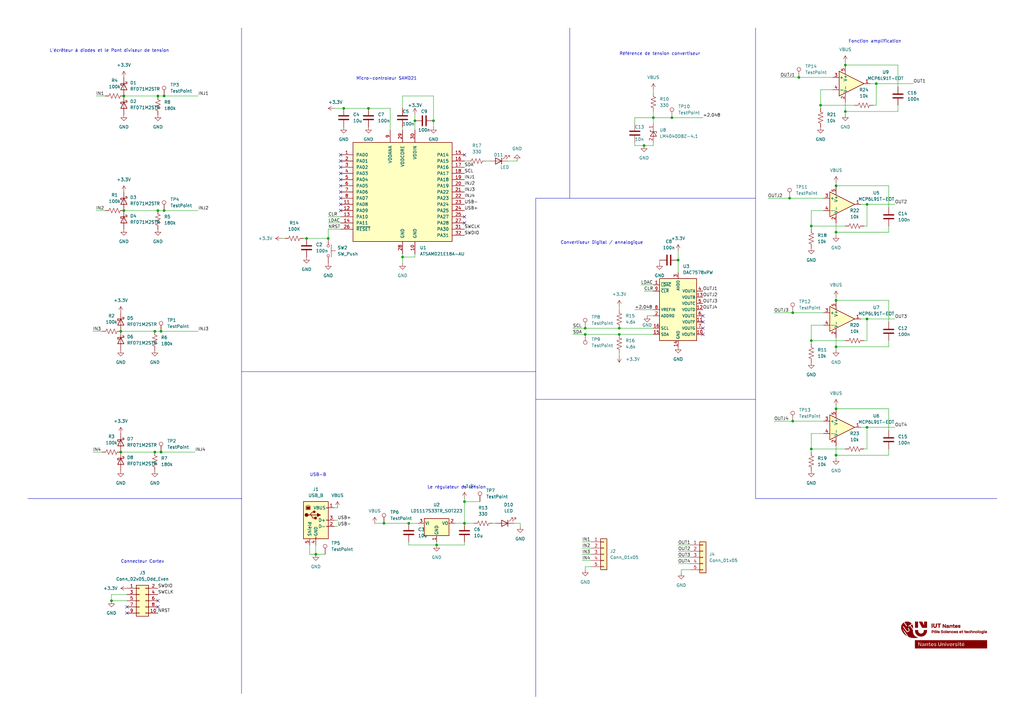
<source format=kicad_sch>
(kicad_sch (version 20230121) (generator eeschema)
  (paper "A3")
  (title_block (title "Projet CIFAM") (date "04-10-2022") (company "IUT de Nantes - Département GEII") (comment 1 "Nolan BUCHET") (comment 2 "Achille RAISON DU CLEUZIOU"))
  (junction (at 254 134.62))
  (junction (at 240.03 134.62))
  (junction (at 157.48 214.63))
  (junction (at 129.54 227.33))
  (junction (at 342.9 142.24))
  (junction (at 342.9 123.19))
  (junction (at 50.8 39.37))
  (junction (at 278.13 106.68))
  (junction (at 151.13 44.45))
  (junction (at 342.9 76.2))
  (junction (at 275.59 48.26))
  (junction (at 125.73 97.79))
  (junction (at 66.04 135.89))
  (junction (at 254 137.16))
  (junction (at 50.8 86.36))
  (junction (at 325.12 172.72))
  (junction (at 165.1 105.41))
  (junction (at 49.53 185.42))
  (junction (at 342.9 167.64))
  (junction (at 140.97 44.45))
  (junction (at 359.41 34.29))
  (junction (at 63.5 185.42))
  (junction (at 332.74 139.7))
  (junction (at 355.6 83.82))
  (junction (at 332.74 92.71))
  (junction (at 355.6 175.26))
  (junction (at 240.03 137.16))
  (junction (at 323.85 81.28))
  (junction (at 63.5 135.89))
  (junction (at 346.71 45.72))
  (junction (at 325.12 128.27))
  (junction (at 332.74 184.15))
  (junction (at 264.16 59.69))
  (junction (at 342.9 186.69))
  (junction (at 177.8 49.53))
  (junction (at 67.31 39.37))
  (junction (at 190.5 214.63))
  (junction (at 64.77 39.37))
  (junction (at 179.07 223.52))
  (junction (at 134.62 97.79))
  (junction (at 190.5 205.74))
  (junction (at 64.77 86.36))
  (junction (at 342.9 95.25))
  (junction (at 49.53 135.89))
  (junction (at 327.66 31.75))
  (junction (at 66.04 185.42))
  (junction (at 167.64 214.63))
  (junction (at 355.6 130.81))
  (junction (at 170.18 49.53))
  (junction (at 267.97 48.26))
  (junction (at 346.71 26.67))
  (junction (at 336.55 43.18))
  (junction (at 67.31 86.36))
  (junction (at 45.72 246.38))
  (no_connect (at 288.29 132.08))
  (no_connect (at 288.29 129.54))
  (no_connect (at 288.29 137.16))
  (no_connect (at 288.29 134.62))
  (no_connect (at 139.7 83.82))
  (no_connect (at 139.7 81.28))
  (no_connect (at 139.7 73.66))
  (no_connect (at 190.5 88.9))
  (no_connect (at 190.5 91.44))
  (no_connect (at 139.7 76.2))
  (no_connect (at 139.7 78.74))
  (no_connect (at 139.7 86.36))
  (no_connect (at 139.7 71.12))
  (no_connect (at 139.7 63.5))
  (no_connect (at 190.5 63.5))
  (no_connect (at 139.7 66.04))
  (no_connect (at 139.7 68.58))
  (no_connect (at 52.07 251.46))
  (no_connect (at 52.07 248.92))
  (no_connect (at 64.77 248.92))
  (no_connect (at 64.77 246.38))
  (wire (pts (xy 45.72 243.84) (xy 45.72 246.38)))
  (wire (pts (xy 49.53 135.89) (xy 63.5 135.89)))
  (wire (pts (xy 314.96 81.28) (xy 323.85 81.28)))
  (wire (pts (xy 238.76 229.87) (xy 242.57 229.87)))
  (wire (pts (xy 140.97 44.45) (xy 151.13 44.45)))
  (wire (pts (xy 179.07 222.25) (xy 179.07 223.52)))
  (wire (pts (xy 63.5 135.89) (xy 66.04 135.89)))
  (wire (pts (xy 165.1 105.41) (xy 165.1 107.95)))
  (polyline (pts (xy 11.43 204.47) (xy 99.06 204.47)))
  (wire (pts (xy 201.93 214.63) (xy 203.2 214.63)))
  (wire (pts (xy 151.13 44.45) (xy 160.02 44.45)))
  (wire (pts (xy 332.74 184.15) (xy 346.71 184.15)))
  (wire (pts (xy 278.13 228.6) (xy 283.21 228.6)))
  (wire (pts (xy 364.49 186.69) (xy 364.49 184.15)))
  (wire (pts (xy 177.8 49.53) (xy 177.8 52.07)))
  (wire (pts (xy 337.82 86.36) (xy 332.74 86.36)))
  (wire (pts (xy 160.02 44.45) (xy 160.02 53.34)))
  (wire (pts (xy 240.03 137.16) (xy 254 137.16)))
  (wire (pts (xy 45.72 246.38) (xy 52.07 246.38)))
  (wire (pts (xy 267.97 48.26) (xy 267.97 50.8)))
  (wire (pts (xy 346.71 45.72) (xy 346.71 46.99)))
  (wire (pts (xy 364.49 176.53) (xy 364.49 167.64)))
  (wire (pts (xy 52.07 243.84) (xy 45.72 243.84)))
  (wire (pts (xy 115.57 97.79) (xy 116.84 97.79)))
  (wire (pts (xy 254 125.73) (xy 254 127)))
  (wire (pts (xy 165.1 44.45) (xy 165.1 39.37)))
  (wire (pts (xy 170.18 105.41) (xy 170.18 104.14)))
  (wire (pts (xy 364.49 142.24) (xy 364.49 139.7)))
  (wire (pts (xy 212.09 66.04) (xy 208.28 66.04)))
  (wire (pts (xy 200.66 66.04) (xy 199.39 66.04)))
  (wire (pts (xy 342.9 74.93) (xy 342.9 76.2)))
  (wire (pts (xy 177.8 39.37) (xy 177.8 49.53)))
  (wire (pts (xy 127 227.33) (xy 129.54 227.33)))
  (wire (pts (xy 190.5 205.74) (xy 190.5 214.63)))
  (wire (pts (xy 342.9 142.24) (xy 364.49 142.24)))
  (wire (pts (xy 317.5 172.72) (xy 325.12 172.72)))
  (wire (pts (xy 353.06 83.82) (xy 355.6 83.82)))
  (wire (pts (xy 278.13 223.52) (xy 283.21 223.52)))
  (wire (pts (xy 346.71 25.4) (xy 346.71 26.67)))
  (wire (pts (xy 186.69 214.63) (xy 190.5 214.63)))
  (wire (pts (xy 38.1 185.42) (xy 41.91 185.42)))
  (polyline (pts (xy 219.71 163.83) (xy 309.88 163.83)))
  (wire (pts (xy 129.54 227.33) (xy 133.35 227.33)))
  (wire (pts (xy 260.35 59.69) (xy 264.16 59.69)))
  (wire (pts (xy 213.36 214.63) (xy 213.36 215.9)))
  (wire (pts (xy 356.87 34.29) (xy 359.41 34.29)))
  (wire (pts (xy 240.03 232.41) (xy 240.03 233.68)))
  (wire (pts (xy 342.9 166.37) (xy 342.9 167.64)))
  (wire (pts (xy 279.4 233.68) (xy 279.4 234.95)))
  (wire (pts (xy 39.37 39.37) (xy 43.18 39.37)))
  (wire (pts (xy 342.9 91.44) (xy 342.9 95.25)))
  (wire (pts (xy 238.76 224.79) (xy 242.57 224.79)))
  (wire (pts (xy 332.74 140.97) (xy 332.74 139.7)))
  (wire (pts (xy 364.49 123.19) (xy 342.9 123.19)))
  (wire (pts (xy 354.33 184.15) (xy 355.6 184.15)))
  (wire (pts (xy 341.63 36.83) (xy 336.55 36.83)))
  (wire (pts (xy 332.74 93.98) (xy 332.74 92.71)))
  (wire (pts (xy 283.21 233.68) (xy 279.4 233.68)))
  (wire (pts (xy 64.77 86.36) (xy 67.31 86.36)))
  (wire (pts (xy 325.12 172.72) (xy 337.82 172.72)))
  (wire (pts (xy 355.6 139.7) (xy 355.6 130.81)))
  (wire (pts (xy 355.6 83.82) (xy 367.03 83.82)))
  (wire (pts (xy 137.16 208.28) (xy 138.43 208.28)))
  (wire (pts (xy 138.43 215.9) (xy 137.16 215.9)))
  (polyline (pts (xy 99.06 11.43) (xy 99.06 204.47)))
  (wire (pts (xy 210.82 214.63) (xy 213.36 214.63)))
  (wire (pts (xy 354.33 139.7) (xy 355.6 139.7)))
  (wire (pts (xy 66.04 135.89) (xy 81.28 135.89)))
  (wire (pts (xy 317.5 128.27) (xy 325.12 128.27)))
  (wire (pts (xy 267.97 58.42) (xy 267.97 59.69)))
  (polyline (pts (xy 219.71 285.75) (xy 219.71 152.4)))
  (wire (pts (xy 368.3 45.72) (xy 368.3 43.18)))
  (wire (pts (xy 191.77 66.04) (xy 190.5 66.04)))
  (wire (pts (xy 167.64 223.52) (xy 179.07 223.52)))
  (wire (pts (xy 124.46 97.79) (xy 125.73 97.79)))
  (wire (pts (xy 265.43 129.54) (xy 267.97 129.54)))
  (wire (pts (xy 64.77 39.37) (xy 67.31 39.37)))
  (wire (pts (xy 262.89 116.84) (xy 267.97 116.84)))
  (wire (pts (xy 323.85 81.28) (xy 337.82 81.28)))
  (polyline (pts (xy 233.68 11.43) (xy 233.68 81.28)))
  (wire (pts (xy 332.74 86.36) (xy 332.74 92.71)))
  (wire (pts (xy 190.5 205.74) (xy 196.85 205.74)))
  (polyline (pts (xy 309.88 204.47) (xy 408.94 204.47)))
  (wire (pts (xy 260.35 48.26) (xy 260.35 50.8)))
  (wire (pts (xy 346.71 41.91) (xy 346.71 45.72)))
  (wire (pts (xy 134.62 88.9) (xy 139.7 88.9)))
  (wire (pts (xy 342.9 138.43) (xy 342.9 142.24)))
  (wire (pts (xy 127 223.52) (xy 127 227.33)))
  (wire (pts (xy 354.33 92.71) (xy 355.6 92.71)))
  (wire (pts (xy 342.9 142.24) (xy 342.9 143.51)))
  (wire (pts (xy 134.62 91.44) (xy 139.7 91.44)))
  (wire (pts (xy 165.1 39.37) (xy 177.8 39.37)))
  (wire (pts (xy 336.55 44.45) (xy 336.55 43.18)))
  (wire (pts (xy 267.97 45.72) (xy 267.97 48.26)))
  (wire (pts (xy 234.95 134.62) (xy 240.03 134.62)))
  (wire (pts (xy 50.8 86.36) (xy 64.77 86.36)))
  (wire (pts (xy 336.55 36.83) (xy 336.55 43.18)))
  (wire (pts (xy 332.74 133.35) (xy 332.74 139.7)))
  (wire (pts (xy 368.3 35.56) (xy 368.3 26.67)))
  (wire (pts (xy 260.35 127) (xy 267.97 127)))
  (wire (pts (xy 157.48 214.63) (xy 167.64 214.63)))
  (wire (pts (xy 260.35 58.42) (xy 260.35 59.69)))
  (wire (pts (xy 165.1 52.07) (xy 165.1 53.34)))
  (wire (pts (xy 342.9 186.69) (xy 342.9 187.96)))
  (wire (pts (xy 242.57 232.41) (xy 240.03 232.41)))
  (wire (pts (xy 353.06 130.81) (xy 355.6 130.81)))
  (wire (pts (xy 332.74 139.7) (xy 346.71 139.7)))
  (wire (pts (xy 38.1 135.89) (xy 41.91 135.89)))
  (wire (pts (xy 336.55 43.18) (xy 350.52 43.18)))
  (wire (pts (xy 337.82 177.8) (xy 332.74 177.8)))
  (wire (pts (xy 278.13 102.87) (xy 278.13 106.68)))
  (wire (pts (xy 353.06 175.26) (xy 355.6 175.26)))
  (wire (pts (xy 364.49 132.08) (xy 364.49 123.19)))
  (wire (pts (xy 355.6 130.81) (xy 367.03 130.81)))
  (wire (pts (xy 364.49 167.64) (xy 342.9 167.64)))
  (wire (pts (xy 270.51 106.68) (xy 270.51 107.95)))
  (polyline (pts (xy 99.06 204.47) (xy 99.06 284.48)))
  (wire (pts (xy 267.97 48.26) (xy 260.35 48.26)))
  (wire (pts (xy 342.9 121.92) (xy 342.9 123.19)))
  (wire (pts (xy 355.6 92.71) (xy 355.6 83.82)))
  (wire (pts (xy 49.53 185.42) (xy 63.5 185.42)))
  (wire (pts (xy 342.9 186.69) (xy 364.49 186.69)))
  (wire (pts (xy 342.9 182.88) (xy 342.9 186.69)))
  (wire (pts (xy 264.16 59.69) (xy 267.97 59.69)))
  (wire (pts (xy 63.5 185.42) (xy 66.04 185.42)))
  (wire (pts (xy 275.59 48.26) (xy 288.29 48.26)))
  (wire (pts (xy 190.5 204.47) (xy 190.5 205.74)))
  (wire (pts (xy 170.18 49.53) (xy 170.18 53.34)))
  (wire (pts (xy 134.62 93.98) (xy 134.62 97.79)))
  (wire (pts (xy 165.1 104.14) (xy 165.1 105.41)))
  (wire (pts (xy 355.6 184.15) (xy 355.6 175.26)))
  (wire (pts (xy 129.54 227.33) (xy 129.54 223.52)))
  (wire (pts (xy 359.41 34.29) (xy 374.65 34.29)))
  (polyline (pts (xy 219.71 152.4) (xy 219.71 81.28)))
  (wire (pts (xy 138.43 213.36) (xy 137.16 213.36)))
  (wire (pts (xy 190.5 214.63) (xy 194.31 214.63)))
  (wire (pts (xy 254 137.16) (xy 267.97 137.16)))
  (wire (pts (xy 190.5 223.52) (xy 190.5 222.25)))
  (wire (pts (xy 267.97 36.83) (xy 267.97 38.1)))
  (polyline (pts (xy 309.88 11.43) (xy 309.88 204.47)))
  (wire (pts (xy 325.12 128.27) (xy 337.82 128.27)))
  (wire (pts (xy 320.04 31.75) (xy 327.66 31.75)))
  (wire (pts (xy 332.74 185.42) (xy 332.74 184.15)))
  (wire (pts (xy 355.6 175.26) (xy 367.03 175.26)))
  (wire (pts (xy 364.49 85.09) (xy 364.49 76.2)))
  (wire (pts (xy 364.49 95.25) (xy 364.49 92.71)))
  (wire (pts (xy 327.66 31.75) (xy 341.63 31.75)))
  (wire (pts (xy 137.16 44.45) (xy 140.97 44.45)))
  (wire (pts (xy 332.74 92.71) (xy 346.71 92.71)))
  (wire (pts (xy 50.8 39.37) (xy 64.77 39.37)))
  (wire (pts (xy 254 134.62) (xy 267.97 134.62)))
  (wire (pts (xy 234.95 137.16) (xy 240.03 137.16)))
  (wire (pts (xy 39.37 86.36) (xy 43.18 86.36)))
  (wire (pts (xy 240.03 134.62) (xy 254 134.62)))
  (wire (pts (xy 346.71 45.72) (xy 368.3 45.72)))
  (wire (pts (xy 368.3 26.67) (xy 346.71 26.67)))
  (wire (pts (xy 332.74 177.8) (xy 332.74 184.15)))
  (wire (pts (xy 67.31 86.36) (xy 81.28 86.36)))
  (wire (pts (xy 337.82 133.35) (xy 332.74 133.35)))
  (wire (pts (xy 170.18 46.99) (xy 170.18 49.53)))
  (wire (pts (xy 134.62 93.98) (xy 139.7 93.98)))
  (wire (pts (xy 179.07 223.52) (xy 190.5 223.52)))
  (wire (pts (xy 254 144.78) (xy 254 146.05)))
  (wire (pts (xy 238.76 222.25) (xy 242.57 222.25)))
  (wire (pts (xy 167.64 222.25) (xy 167.64 223.52)))
  (wire (pts (xy 238.76 227.33) (xy 242.57 227.33)))
  (wire (pts (xy 153.67 214.63) (xy 157.48 214.63)))
  (wire (pts (xy 267.97 48.26) (xy 275.59 48.26)))
  (wire (pts (xy 66.04 185.42) (xy 80.01 185.42)))
  (wire (pts (xy 278.13 231.14) (xy 283.21 231.14)))
  (polyline (pts (xy 219.71 81.28) (xy 309.88 81.28)))
  (wire (pts (xy 264.16 119.38) (xy 267.97 119.38)))
  (wire (pts (xy 364.49 76.2) (xy 342.9 76.2)))
  (wire (pts (xy 167.64 214.63) (xy 171.45 214.63)))
  (polyline (pts (xy 99.06 152.4) (xy 219.71 152.4)))
  (wire (pts (xy 278.13 106.68) (xy 278.13 111.76)))
  (wire (pts (xy 358.14 43.18) (xy 359.41 43.18)))
  (wire (pts (xy 125.73 97.79) (xy 134.62 97.79)))
  (wire (pts (xy 342.9 95.25) (xy 342.9 96.52)))
  (wire (pts (xy 359.41 43.18) (xy 359.41 34.29)))
  (wire (pts (xy 67.31 39.37) (xy 81.28 39.37)))
  (wire (pts (xy 278.13 226.06) (xy 283.21 226.06)))
  (wire (pts (xy 165.1 105.41) (xy 170.18 105.41)))
  (wire (pts (xy 342.9 95.25) (xy 364.49 95.25)))
  (text "Micro-controleur SAMD21" (at 146.05 33.02 0) (effects (font (size 1.27 1.27)) (justify left bottom)))
  (text "Fonction amplification" (at 347.98 17.78 0) (effects (font (size 1.27 1.27)) (justify left bottom)))
  (text "USB-B" (at 127 195.58 0) (effects (font (size 1.27 1.27)) (justify left bottom)))
  (text "Référence de tension convertiseur" (at 254 22.86 0) (effects (font (size 1.27 1.27)) (justify left bottom)))
  (text "L'écrêteur à diodes et le Pont diviseur de tension	" (at 20.32 21.59 0) (effects (font (size 1.27 1.27)) (justify left bottom)))
  (text "Connecteur Cortex" (at 49.53 231.14 0) (effects (font (size 1.27 1.27)) (justify left bottom)))
  (text "Convertiseur Digital / annalogique" (at 229.87 100.33 0) (effects (font (size 1.27 1.27)) (justify left bottom)))
  (text "Le régulateur de tension\n" (at 175.26 200.66 0) (effects (font (size 1.27 1.27)) (justify left bottom)))
  (label "IN1" (at 39.37 39.37 0))
  (label "INJ4" (at 80.01 185.42 0))
  (label "OUTJ3" (at 288.29 124.46 0))
  (label "SWDIO" (at 190.5 96.52 0))
  (label "OUTJ1" (at 320.04 31.75 0))
  (label "SCL" (at 234.95 134.62 0))
  (label "OUT2" (at 278.13 226.06 0))
  (label "OUTJ1" (at 288.29 119.38 0))
  (label "OUT4" (at 367.03 175.26 0))
  (label "IN2" (at 39.37 86.36 0))
  (label "IN4" (at 38.1 185.42 0))
  (label "SWCLK" (at 190.5 93.98 0))
  (label "OUT3" (at 278.13 228.6 0))
  (label "IN4" (at 238.76 229.87 0))
  (label "IN3" (at 38.1 135.89 0))
  (label "IN1" (at 238.76 222.25 0))
  (label "OUTJ2" (at 288.29 121.92 0))
  (label "LDAC" (at 262.89 116.84 0))
  (label "+2.048" (at 260.35 127 0))
  (label "INJ1" (at 81.28 39.37 0))
  (label "INJ1" (at 190.5 73.66 0))
  (label "OUT1" (at 374.65 34.29 0))
  (label "INJ2" (at 81.28 86.36 0))
  (label "INJ3" (at 190.5 78.74 0))
  (label "USB+" (at 190.5 86.36 0))
  (label "OUTJ3" (at 317.5 128.27 0))
  (label "OUT3" (at 367.03 130.81 0))
  (label "CLR" (at 134.62 88.9 0))
  (label "INJ2" (at 190.5 76.2 0))
  (label "USB-" (at 138.43 215.9 0))
  (label "+2.048" (at 288.29 48.26 0))
  (label "USB+" (at 138.43 213.36 0))
  (label "INJ4" (at 190.5 81.28 0))
  (label "USB-" (at 190.5 83.82 0))
  (label "NRST" (at 64.77 251.46 0))
  (label "OUT2" (at 367.03 83.82 0))
  (label "SCL" (at 190.5 71.12 0))
  (label "OUTJ4" (at 288.29 127 0))
  (label "LDAC" (at 134.62 91.44 0))
  (label "OUT4" (at 278.13 231.14 0))
  (label "IN3" (at 238.76 227.33 0))
  (label "OUTJ4" (at 317.5 172.72 0))
  (label "OUTJ2" (at 314.96 81.28 0))
  (label "CLR" (at 264.16 119.38 0))
  (label "INJ3" (at 81.28 135.89 0))
  (label "SWDIO" (at 64.77 241.3 0))
  (label "SWCLK" (at 64.77 243.84 0))
  (label "SDA" (at 190.5 68.58 0))
  (label "IN2" (at 238.76 224.79 0))
  (label "OUT1" (at 278.13 223.52 0))
  (label "SDA" (at 234.95 137.16 0))
  (label "NRST" (at 134.62 93.98 0))
  (symbol (lib_id "Device:R_US") (at 120.65 97.79 90) (unit 1)
    (property "Reference" "R14" (at 120.65 91.44 90))
    (property "Value" "100K" (at 120.65 93.98 90))
    (property "Footprint" "empreintes_iut:R_0805_2012Metric_Pad1.15x1.40mm_HandSolder" (effects hide))
  )
  (symbol (lib_id "Device:R_US") (at 63.5 189.23 0) (unit 1)
    (property "Reference" "R7" (at 66.04 187.96 0) (effects (justify left)))
    (property "Value" "180k" (at 66.04 190.5 0) (effects (justify left)))
    (property "Footprint" "empreintes_iut:R_0805_2012Metric_Pad1.15x1.40mm_HandSolder" (effects hide))
  )
  (symbol (lib_id "Device:LED") (at 204.47 66.04 180) (unit 1)
    (property "Reference" "D11" (at 204.47 63.5 0))
    (property "Value" "LED" (at 207.01 68.58 0))
    (property "Footprint" "LED_SMD:LED_0805_2012Metric_Pad1.15x1.40mm_HandSolder" (effects hide))
    (property "Datasheet" "https://www.farnell.com/datasheets/1911347.pdf" (effects hide))
    (property "Fournisseur" "F 2322073" (effects hide))
  )
  (symbol (lib_id "Device:R_US") (at 64.77 43.18 0) (unit 1)
    (property "Reference" "R8" (at 67.31 41.91 0) (effects (justify left)))
    (property "Value" "180k" (at 67.31 44.45 0) (effects (justify left)))
    (property "Footprint" "empreintes_iut:R_0805_2012Metric_Pad1.15x1.40mm_HandSolder" (effects hide))
  )
  (symbol (lib_id "power:GND") (at 49.53 143.51 0) (unit 1)
    (property "Reference" "#PWR010" (effects hide))
    (property "Value" "GND" (at 49.53 148.59 0))
  )
  (symbol (lib_id "Connector_Generic:Conn_01x05") (at 247.65 227.33 0) (unit 1)
    (property "Reference" "J2" (at 250.19 226.0599 0) (effects (justify left)))
    (property "Value" "Conn_01x05" (at 250.19 228.5999 0) (effects (justify left)))
    (property "Footprint" "modules:Connector_1x05_P2.54mm_Vertical" (effects hide))
    (property "Datasheet" "https://www.farnell.com/datasheets/1782577.pdf" (effects hide))
    (property "Fournisseur" "F 4017559 " (effects hide))
  )
  (symbol (lib_id "Diode:BAT43W-V") (at 50.8 35.56 270) (unit 1)
    (property "Reference" "D1" (at 53.34 33.9724 90) (effects (justify left)))
    (property "Value" "RF071M2STR" (at 53.34 36.5124 90) (effects (justify left)))
    (property "Footprint" "Diode_SMD:D_SOD-123" (effects hide))
    (property "Datasheet" "https://fr.farnell.com/rohm/rf071m2str/diode-redressement-rapide-200v/dp/1680040?st=RF071M2STR" (effects hide))
    (property "Fournisseur" "F 1680040" (effects hide))
  )
  (symbol (lib_id "power:GND") (at 177.8 52.07 0) (unit 1)
    (property "Reference" "#PWR042" (effects hide))
    (property "Value" "GND" (at 177.8 57.15 0))
  )
  (symbol (lib_id "Device:C") (at 167.64 218.44 0) (unit 1)
    (property "Reference" "C3" (at 171.45 217.1699 0) (effects (justify left)))
    (property "Value" "10u" (at 171.45 219.7099 0) (effects (justify left)))
    (property "Footprint" "empreintes_iut:C_0805_2012Metric_Pad1.15x1.40mm_HandSolder" (effects hide))
    (property "Datasheet" "https://4donline.ihs.com/images/VipMasterIC/IC/AVXC/AVXC-S-A0013335498/AVXC-S-A0014059611-1.pdf?hkey=6D3A4C79FDBF58556ACFDE234799DDF0" (effects hide))
    (property "Fournisseur" "F 12103C106KAT2A" (effects hide))
  )
  (symbol (lib_id "Connector:TestPoint") (at 66.04 185.42 0) (unit 1)
    (property "Reference" "TP2" (at 68.58 180.8479 0) (effects (justify left)))
    (property "Value" "TestPoint" (at 68.58 183.3879 0) (effects (justify left)))
    (property "Footprint" "empreintes_iut:TestPoint-12" (effects hide))
  )
  (symbol (lib_id "Device:R_US") (at 195.58 66.04 90) (unit 1)
    (property "Reference" "R17" (at 195.58 59.69 90))
    (property "Value" "330" (at 195.58 62.23 90))
    (property "Footprint" "empreintes_iut:R_0805_2012Metric_Pad1.15x1.40mm_HandSolder" (effects hide))
  )
  (symbol (lib_id "Device:R_US") (at 350.52 92.71 90) (unit 1)
    (property "Reference" "R22" (at 350.52 86.36 90))
    (property "Value" "10k" (at 350.52 88.9 90))
    (property "Footprint" "empreintes_iut:R_0805_2012Metric_Pad1.15x1.40mm_HandSolder" (effects hide))
  )
  (symbol (lib_id "Connector:TestPoint") (at 323.85 81.28 0) (unit 1)
    (property "Reference" "TP11" (at 326.39 76.7079 0) (effects (justify left)))
    (property "Value" "TestPoint" (at 326.39 79.2479 0) (effects (justify left)))
    (property "Footprint" "empreintes_iut:TestPoint-12" (effects hide))
  )
  (symbol (lib_id "power:GND") (at 64.77 46.99 0) (unit 1)
    (property "Reference" "#PWR08" (effects hide))
    (property "Value" "GND" (at 64.77 52.07 0))
  )
  (symbol (lib_id "power:GND") (at 45.72 246.38 0) (unit 1)
    (property "Reference" "#PWR07" (effects hide))
    (property "Value" "GND" (at 45.72 251.46 0))
  )
  (symbol (lib_id "Device:R_US") (at 350.52 139.7 90) (unit 1)
    (property "Reference" "R20" (at 350.52 133.35 90))
    (property "Value" "10k" (at 350.52 135.89 90))
    (property "Footprint" "empreintes_iut:R_0805_2012Metric_Pad1.15x1.40mm_HandSolder" (effects hide))
  )
  (symbol (lib_id "power:GND") (at 332.74 101.6 0) (unit 1)
    (property "Reference" "#PWR048" (effects hide))
    (property "Value" "GND" (at 332.74 106.68 0))
  )
  (symbol (lib_id "power:GND") (at 342.9 96.52 0) (unit 1)
    (property "Reference" "#PWR051" (effects hide))
    (property "Value" "GND" (at 342.9 101.6 0))
  )
  (symbol (lib_id "power:GND") (at 278.13 142.24 0) (unit 1)
    (property "Reference" "#PWR027" (effects hide))
    (property "Value" "GND" (at 278.13 147.32 0))
  )
  (symbol (lib_id "power:GND") (at 129.54 227.33 0) (unit 1)
    (property "Reference" "#PWR02" (effects hide))
    (property "Value" "GND" (at 129.54 232.41 0))
  )
  (symbol (lib_id "Regulator_Linear:LD1117S33TR_SOT223") (at 179.07 214.63 0) (unit 1)
    (property "Reference" "U2" (at 179.07 207.01 0))
    (property "Value" "LD1117S33TR_SOT223" (at 179.07 209.55 0))
    (property "Footprint" "Package_TO_SOT_SMD:SOT-223-3_TabPin2" (effects hide))
    (property "Datasheet" "http://www.st.com/st-web-ui/static/active/en/resource/technical/document/datasheet/CD00000544.pdf" (effects hide))
    (property "Fournisseur" "F 2253484" (effects hide))
  )
  (symbol (lib_id "power:GND") (at 63.5 193.04 0) (unit 1)
    (property "Reference" "#PWR023" (effects hide))
    (property "Value" "GND" (at 63.5 198.12 0))
  )
  (symbol (lib_id "power:GND") (at 125.73 105.41 0) (unit 1)
    (property "Reference" "#PWR031" (effects hide))
    (property "Value" "GND" (at 125.73 110.49 0))
  )
  (symbol (lib_id "Connector:TestPoint") (at 325.12 128.27 0) (unit 1)
    (property "Reference" "TP12" (at 327.66 123.6979 0) (effects (justify left)))
    (property "Value" "TestPoint" (at 327.66 126.2379 0) (effects (justify left)))
    (property "Footprint" "empreintes_iut:TestPoint-12" (effects hide))
  )
  (symbol (lib_id "power:GND") (at 212.09 66.04 180) (unit 1)
    (property "Reference" "#PWR047" (effects hide))
    (property "Value" "GND" (at 212.09 60.96 0))
  )
  (symbol (lib_id "power:+3.3V") (at 52.07 241.3 90) (unit 1)
    (property "Reference" "#PWR04" (effects hide))
    (property "Value" "+3.3V" (at 48.26 241.2999 90) (effects (justify left)))
  )
  (symbol (lib_id "Device:R_US") (at 46.99 86.36 90) (unit 1)
    (property "Reference" "R1" (at 46.99 80.01 90))
    (property "Value" "100k" (at 46.99 82.55 90))
    (property "Footprint" "empreintes_iut:R_0805_2012Metric_Pad1.15x1.40mm_HandSolder" (effects hide))
    (property "Datasheet" "http://industrial.panasonic.com/cdbs/www-data/pdf/RDO0000/RDO0000C337.pdf" (effects hide))
    (property "Fournisseur" "F 2253910" (effects hide))
  )
  (symbol (lib_id "Device:R_US") (at 332.74 97.79 0) (unit 1)
    (property "Reference" "R18" (at 335.28 96.5199 0) (effects (justify left)))
    (property "Value" "10k" (at 335.28 99.0599 0) (effects (justify left)))
    (property "Footprint" "empreintes_iut:R_0805_2012Metric_Pad1.15x1.40mm_HandSolder" (effects hide))
  )
  (symbol (lib_id "Connector:TestPoint") (at 196.85 205.74 0) (unit 1)
    (property "Reference" "TP7" (at 199.39 201.1679 0) (effects (justify left)))
    (property "Value" "TestPoint" (at 199.39 203.7079 0) (effects (justify left)))
    (property "Footprint" "empreintes_iut:TestPoint-12" (effects hide))
  )
  (symbol (lib_id "power:GND") (at 64.77 93.98 0) (unit 1)
    (property "Reference" "#PWR020" (effects hide))
    (property "Value" "GND" (at 64.77 99.06 0))
  )
  (symbol (lib_id "Connector:TestPoint") (at 67.31 39.37 0) (unit 1)
    (property "Reference" "TP3" (at 69.85 34.7979 0) (effects (justify left)))
    (property "Value" "TestPoint" (at 69.85 37.3379 0) (effects (justify left)))
    (property "Footprint" "empreintes_iut:TestPoint-12" (effects hide))
  )
  (symbol (lib_id "Diode:BAT43W-V") (at 50.8 82.55 270) (unit 1)
    (property "Reference" "D3" (at 53.34 80.9624 90) (effects (justify left)))
    (property "Value" "RF071M2STR" (at 53.34 83.5024 90) (effects (justify left)))
    (property "Footprint" "Diode_SMD:D_SOD-123" (effects hide))
    (property "Datasheet" "https://fr.farnell.com/rohm/rf071m2str/diode-redressement-rapide-200v/dp/1680040?st=RF071M2STR" (effects hide))
    (property "Fournisseur" "F 1680040" (effects hide))
  )
  (symbol (lib_id "power:GND") (at 151.13 52.07 0) (unit 1)
    (property "Reference" "#PWR041" (effects hide))
    (property "Value" "GND" (at 151.13 57.15 0))
  )
  (symbol (lib_id "power:VBUS") (at 138.43 208.28 0) (unit 1)
    (property "Reference" "#PWR012" (effects hide))
    (property "Value" "VBUS" (at 138.43 203.2 0))
  )
  (symbol (lib_id "Device:R_US") (at 350.52 184.15 90) (unit 1)
    (property "Reference" "R23" (at 350.52 177.8 90))
    (property "Value" "10k" (at 350.52 180.34 90))
    (property "Footprint" "empreintes_iut:R_0805_2012Metric_Pad1.15x1.40mm_HandSolder" (effects hide))
  )
  (symbol (lib_id "Amplifier_Operational:MCP6L91T-EOT") (at 345.44 175.26 0) (unit 1)
    (property "Reference" "U6" (at 359.41 170.561 0))
    (property "Value" "MCP6L91T-EOT" (at 359.41 173.101 0))
    (property "Footprint" "Package_TO_SOT_SMD:SOT-23-5" (effects hide))
    (property "Datasheet" "http://ww1.microchip.com/downloads/en/DeviceDoc/22141b.pdf" (effects hide))
    (property "Fournisseur" "F 1715865" (effects hide))
  )
  (symbol (lib_id "Device:C") (at 140.97 48.26 0) (unit 1)
    (property "Reference" "C4" (at 144.78 46.9899 0) (effects (justify left)))
    (property "Value" "10u" (at 144.78 49.5299 0) (effects (justify left)))
    (property "Footprint" "empreintes_iut:C_0805_2012Metric_Pad1.15x1.40mm_HandSolder" (effects hide))
    (property "Datasheet" "https://4donline.ihs.com/images/VipMasterIC/IC/AVXC/AVXC-S-A0013335498/AVXC-S-A0014059611-1.pdf?hkey=6D3A4C79FDBF58556ACFDE234799DDF0" (effects hide))
    (property "Fournisseur" "F 12103C106KAT2A" (effects hide))
  )
  (symbol (lib_id "Device:C") (at 260.35 54.61 0) (unit 1)
    (property "Reference" "C13" (at 260.35 52.07 0) (effects (justify left)))
    (property "Value" "10n" (at 260.35 57.15 0) (effects (justify left)))
    (property "Footprint" "empreintes_iut:C_0805_2012Metric_Pad1.15x1.40mm_HandSolder" (effects hide))
  )
  (symbol (lib_id "Device:R_US") (at 332.74 144.78 0) (unit 1)
    (property "Reference" "R11" (at 335.28 143.5099 0) (effects (justify left)))
    (property "Value" "10k" (at 335.28 146.0499 0) (effects (justify left)))
    (property "Footprint" "empreintes_iut:R_0805_2012Metric_Pad1.15x1.40mm_HandSolder" (effects hide))
  )
  (symbol (lib_id "Connector:TestPoint") (at 325.12 172.72 0) (unit 1)
    (property "Reference" "TP13" (at 327.66 168.1479 0) (effects (justify left)))
    (property "Value" "TestPoint" (at 327.66 170.6879 0) (effects (justify left)))
    (property "Footprint" "empreintes_iut:TestPoint-12" (effects hide))
  )
  (symbol (lib_id "power:GND") (at 265.43 129.54 0) (unit 1)
    (property "Reference" "#PWR022" (effects hide))
    (property "Value" "GND" (at 265.43 133.35 0))
  )
  (symbol (lib_id "Connector:TestPoint") (at 275.59 48.26 0) (unit 1)
    (property "Reference" "TP10" (at 278.13 43.6879 0) (effects (justify left)))
    (property "Value" "TestPoint" (at 278.13 46.2279 0) (effects (justify left)))
    (property "Footprint" "empreintes_iut:TestPoint-12" (effects hide))
  )
  (symbol (lib_id "Device:C") (at 364.49 88.9 0) (unit 1)
    (property "Reference" "C14" (at 368.3 87.6299 0) (effects (justify left)))
    (property "Value" "100n" (at 368.3 90.1699 0) (effects (justify left)))
    (property "Footprint" "empreintes_iut:C_0805_2012Metric_Pad1.15x1.40mm_HandSolder" (effects hide))
    (property "Fournisseur" "F 2253910" (effects hide))
  )
  (symbol (lib_id "power:GND") (at 332.74 148.59 0) (unit 1)
    (property "Reference" "#PWR030" (effects hide))
    (property "Value" "GND" (at 332.74 153.67 0))
  )
  (symbol (lib_id "Device:R_US") (at 267.97 41.91 180) (unit 1)
    (property "Reference" "R10" (at 270.51 40.6399 0) (effects (justify right)))
    (property "Value" "330" (at 270.51 43.1799 0) (effects (justify right)))
    (property "Footprint" "empreintes_iut:R_0805_2012Metric_Pad1.15x1.40mm_HandSolder" (effects hide))
  )
  (symbol (lib_id "power:GND") (at 336.55 52.07 0) (unit 1)
    (property "Reference" "#PWR050" (effects hide))
    (property "Value" "GND" (at 336.55 57.15 0))
  )
  (symbol (lib_id "Connector:TestPoint") (at 66.04 135.89 0) (unit 1)
    (property "Reference" "TP1" (at 68.58 131.3179 0) (effects (justify left)))
    (property "Value" "TestPoint" (at 68.58 133.8579 0) (effects (justify left)))
    (property "Footprint" "empreintes_iut:TestPoint-12" (effects hide))
  )
  (symbol (lib_id "power:GND") (at 50.8 93.98 0) (unit 1)
    (property "Reference" "#PWR06" (effects hide))
    (property "Value" "GND" (at 50.8 99.06 0))
  )
  (symbol (lib_id "power:+3.3V") (at 190.5 204.47 0) (unit 1)
    (property "Reference" "#PWR028" (effects hide))
    (property "Value" "+3.3V" (at 189.23 199.39 0) (effects (justify left)))
  )
  (symbol (lib_id "Amplifier_Operational:MCP6L91T-EOT") (at 345.44 130.81 0) (unit 1)
    (property "Reference" "U7" (at 359.41 126.111 0))
    (property "Value" "MCP6L91T-EOT" (at 359.41 128.651 0))
    (property "Footprint" "Package_TO_SOT_SMD:SOT-23-5" (effects hide))
    (property "Datasheet" "http://ww1.microchip.com/downloads/en/DeviceDoc/22141b.pdf" (effects hide))
    (property "Fournisseur" "F 1715865" (effects hide))
  )
  (symbol (lib_id "power:+3.3V") (at 50.8 78.74 0) (unit 1)
    (property "Reference" "#PWR05" (effects hide))
    (property "Value" "+3.3V" (at 50.8 73.66 0))
  )
  (symbol (lib_id "Diode:BAT43W-V") (at 50.8 43.18 270) (unit 1)
    (property "Reference" "D2" (at 53.34 41.5924 90) (effects (justify left)))
    (property "Value" "RF071M2STR" (at 53.34 44.1324 90) (effects (justify left)))
    (property "Footprint" "Diode_SMD:D_SOD-123" (effects hide))
    (property "Datasheet" "https://fr.farnell.com/rohm/rf071m2str/diode-redressement-rapide-200v/dp/1680040?st=RF071M2STR" (effects hide))
    (property "Fournisseur" "F 1680040" (effects hide))
  )
  (symbol (lib_id "Device:C") (at 274.32 106.68 90) (unit 1)
    (property "Reference" "C8" (at 274.32 99.06 90))
    (property "Value" "100n" (at 274.32 101.6 90))
    (property "Footprint" "empreintes_iut:C_0805_2012Metric_Pad1.15x1.40mm_HandSolder" (effects hide))
    (property "Fournisseur" "F 2253910" (effects hide))
  )
  (symbol (lib_id "power:VBUS") (at 342.9 166.37 0) (unit 1)
    (property "Reference" "#PWR044" (effects hide))
    (property "Value" "VBUS" (at 342.9 161.29 0))
  )
  (symbol (lib_id "Device:R_US") (at 198.12 214.63 90) (unit 1)
    (property "Reference" "R13" (at 198.12 208.28 90))
    (property "Value" "330" (at 198.12 210.82 90))
    (property "Footprint" "empreintes_iut:R_0805_2012Metric_Pad1.15x1.40mm_HandSolder" (effects hide))
  )
  (symbol (lib_id "Analog_DAC:DAC7578xPW") (at 278.13 127 0) (unit 1)
    (property "Reference" "U3" (at 280.0795 109.22 0) (effects (justify left)))
    (property "Value" "DAC7578xPW" (at 280.0795 111.76 0) (effects (justify left)))
    (property "Footprint" "Package_SO:TSSOP-16_4.4x5mm_P0.65mm" (effects hide))
    (property "Datasheet" "http://www.ti.com/lit/ds/symlink/dac5578.pdf" (effects hide))
    (property "Fournisseur" "F 3118638" (effects hide))
  )
  (symbol (lib_id "Connector:TestPoint") (at 133.35 227.33 0) (unit 1)
    (property "Reference" "TP5" (at 135.89 222.7579 0) (effects (justify left)))
    (property "Value" "TestPoint" (at 135.89 225.2979 0) (effects (justify left)))
    (property "Footprint" "empreintes_iut:TestPoint-12" (effects hide))
  )
  (symbol (lib_id "Device:R_US") (at 254 140.97 0) (unit 1)
    (property "Reference" "R16" (at 256.54 139.6999 0) (effects (justify left)))
    (property "Value" "4.6k" (at 256.54 142.2399 0) (effects (justify left)))
    (property "Footprint" "empreintes_iut:R_0805_2012Metric_Pad1.15x1.40mm_HandSolder" (effects hide))
  )
  (symbol (lib_id "Device:R_US") (at 332.74 189.23 0) (unit 1)
    (property "Reference" "R19" (at 335.28 187.9599 0) (effects (justify left)))
    (property "Value" "10k" (at 335.28 190.4999 0) (effects (justify left)))
    (property "Footprint" "empreintes_iut:R_0805_2012Metric_Pad1.15x1.40mm_HandSolder" (effects hide))
  )
  (symbol (lib_id "power:GND") (at 270.51 107.95 0) (unit 1)
    (property "Reference" "#PWR025" (effects hide))
    (property "Value" "GND" (at 270.51 113.03 0))
  )
  (symbol (lib_id "Diode:BAT43W-V") (at 49.53 189.23 270) (unit 1)
    (property "Reference" "D8" (at 52.07 187.6424 90) (effects (justify left)))
    (property "Value" "RF071M2STR" (at 52.07 190.1824 90) (effects (justify left)))
    (property "Footprint" "Diode_SMD:D_SOD-123" (effects hide))
    (property "Datasheet" "https://fr.farnell.com/rohm/rf071m2str/diode-redressement-rapide-200v/dp/1680040?st=RF071M2STR" (effects hide))
    (property "Fournisseur" "F 1680040" (effects hide))
  )
  (symbol (lib_id "Device:C") (at 364.49 135.89 0) (unit 1)
    (property "Reference" "C12" (at 368.3 134.6199 0) (effects (justify left)))
    (property "Value" "100n" (at 368.3 137.1599 0) (effects (justify left)))
    (property "Footprint" "empreintes_iut:C_0805_2012Metric_Pad1.15x1.40mm_HandSolder" (effects hide))
    (property "Fournisseur" "F 2253910" (effects hide))
  )
  (symbol (lib_id "power:GND") (at 264.16 59.69 0) (unit 1)
    (property "Reference" "#PWR014" (effects hide))
    (property "Value" "GND" (at 264.16 64.77 0))
  )
  (symbol (lib_id "Diode:BAT43W-V") (at 49.53 181.61 270) (unit 1)
    (property "Reference" "D7" (at 52.07 180.0224 90) (effects (justify left)))
    (property "Value" "RF071M2STR" (at 52.07 182.5624 90) (effects (justify left)))
    (property "Footprint" "Diode_SMD:D_SOD-123" (effects hide))
    (property "Datasheet" "https://fr.farnell.com/rohm/rf071m2str/diode-redressement-rapide-200v/dp/1680040?st=RF071M2STR" (effects hide))
    (property "Fournisseur" "F 1680040" (effects hide))
  )
  (symbol (lib_id "Connector_Generic:Conn_02x05_Odd_Even") (at 57.15 246.38 0) (unit 1)
    (property "Reference" "J3" (at 58.42 234.95 0))
    (property "Value" "Conn_02x05_Odd_Even" (at 58.42 237.49 0))
    (property "Footprint" "Connector_PinHeader_1.27mm:PinHeader_2x05_P1.27mm_Vertical_SMD" (effects hide))
  )
  (symbol (lib_id "power:VBUS") (at 346.71 25.4 0) (unit 1)
    (property "Reference" "#PWR046" (effects hide))
    (property "Value" "VBUS" (at 346.71 20.32 0))
  )
  (symbol (lib_id "Connector:TestPoint") (at 157.48 214.63 0) (unit 1)
    (property "Reference" "TP6" (at 160.02 210.0579 0) (effects (justify left)))
    (property "Value" "TestPoint" (at 160.02 212.5979 0) (effects (justify left)))
    (property "Footprint" "empreintes_iut:TestPoint-12" (effects hide))
  )
  (symbol (lib_id "Device:C") (at 165.1 48.26 180) (unit 1)
    (property "Reference" "C5" (at 165.1 45.72 0) (effects (justify right)))
    (property "Value" "100n" (at 165.1 50.8 0) (effects (justify right)))
    (property "Footprint" "empreintes_iut:C_0805_2012Metric_Pad1.15x1.40mm_HandSolder" (effects hide))
    (property "Fournisseur" "F 2253910" (effects hide))
  )
  (symbol (lib_id "Device:LED") (at 207.01 214.63 180) (unit 1)
    (property "Reference" "D10" (at 208.5975 207.01 0))
    (property "Value" "LED" (at 208.5975 209.55 0))
    (property "Footprint" "LED_SMD:LED_0805_2012Metric_Pad1.15x1.40mm_HandSolder" (effects hide))
    (property "Datasheet" "https://www.farnell.com/datasheets/1911347.pdf" (effects hide))
    (property "Fournisseur" "F 2322073" (effects hide))
  )
  (symbol (lib_id "Connector:TestPoint") (at 240.03 134.62 0) (unit 1)
    (property "Reference" "TP8" (at 242.57 130.0479 0) (effects (justify left)))
    (property "Value" "TestPoint" (at 242.57 132.5879 0) (effects (justify left)))
    (property "Footprint" "empreintes_iut:TestPoint-12" (effects hide))
  )
  (symbol (lib_id "Connector:TestPoint") (at 67.31 86.36 0) (unit 1)
    (property "Reference" "TP4" (at 69.85 81.7879 0) (effects (justify left)))
    (property "Value" "TestPoint" (at 69.85 84.3279 0) (effects (justify left)))
    (property "Footprint" "empreintes_iut:TestPoint-12" (effects hide))
  )
  (symbol (lib_id "Device:R_US") (at 254 130.81 0) (unit 1)
    (property "Reference" "R15" (at 256.54 129.5399 0) (effects (justify left)))
    (property "Value" "4.6k" (at 256.54 132.0799 0) (effects (justify left)))
    (property "Footprint" "empreintes_iut:R_0805_2012Metric_Pad1.15x1.40mm_HandSolder" (effects hide))
  )
  (symbol (lib_id "Device:C") (at 173.99 49.53 90) (unit 1)
    (property "Reference" "C9" (at 173.99 45.72 90))
    (property "Value" "100n" (at 173.99 53.34 90))
    (property "Footprint" "empreintes_iut:C_0805_2012Metric_Pad1.15x1.40mm_HandSolder" (effects hide))
    (property "Fournisseur" "F 2253910" (effects hide))
  )
  (symbol (lib_id "Device:C") (at 190.5 218.44 0) (unit 1)
    (property "Reference" "C6" (at 194.31 217.1699 0) (effects (justify left)))
    (property "Value" "10u" (at 194.31 219.7099 0) (effects (justify left)))
    (property "Footprint" "empreintes_iut:C_0805_2012Metric_Pad1.15x1.40mm_HandSolder" (effects hide))
    (property "Datasheet" "https://4donline.ihs.com/images/VipMasterIC/IC/AVXC/AVXC-S-A0013335498/AVXC-S-A0014059611-1.pdf?hkey=6D3A4C79FDBF58556ACFDE234799DDF0" (effects hide))
    (property "Fournisseur" "F 12103C106KAT2A" (effects hide))
  )
  (symbol (lib_id "Device:R_US") (at 45.72 185.42 90) (unit 1)
    (property "Reference" "R3" (at 45.72 179.07 90))
    (property "Value" "100k" (at 45.72 181.61 90))
    (property "Footprint" "empreintes_iut:R_0805_2012Metric_Pad1.15x1.40mm_HandSolder" (effects hide))
    (property "Datasheet" "http://industrial.panasonic.com/cdbs/www-data/pdf/RDO0000/RDO0000C337.pdf" (effects hide))
    (property "Fournisseur" "F 2253910" (effects hide))
  )
  (symbol (lib_id "Diode:BAT43W-V") (at 49.53 132.08 270) (unit 1)
    (property "Reference" "D5" (at 52.07 130.4924 90) (effects (justify left)))
    (property "Value" "RF071M2STR" (at 52.07 133.0324 90) (effects (justify left)))
    (property "Footprint" "Diode_SMD:D_SOD-123" (effects hide))
    (property "Datasheet" "https://fr.farnell.com/rohm/rf071m2str/diode-redressement-rapide-200v/dp/1680040?st=RF071M2STR" (effects hide))
    (property "Fournisseur" "F 1680040" (effects hide))
  )
  (symbol (lib_id "Device:C") (at 151.13 48.26 0) (unit 1)
    (property "Reference" "C7" (at 154.94 46.9899 0) (effects (justify left)))
    (property "Value" "100n" (at 154.94 49.5299 0) (effects (justify left)))
    (property "Footprint" "empreintes_iut:C_0805_2012Metric_Pad1.15x1.40mm_HandSolder" (effects hide))
    (property "Fournisseur" "F 2253910" (effects hide))
  )
  (symbol (lib_id "Diode:BAT43W-V") (at 49.53 139.7 270) (unit 1)
    (property "Reference" "D6" (at 52.07 138.1124 90) (effects (justify left)))
    (property "Value" "RF071M2STR" (at 52.07 140.6524 90) (effects (justify left)))
    (property "Footprint" "Diode_SMD:D_SOD-123" (effects hide))
    (property "Datasheet" "https://fr.farnell.com/rohm/rf071m2str/diode-redressement-rapide-200v/dp/1680040?st=RF071M2STR" (effects hide))
    (property "Fournisseur" "F 1680040" (effects hide))
  )
  (symbol (lib_id "power:GND") (at 134.62 107.95 0) (unit 1)
    (property "Reference" "#PWR032" (effects hide))
    (property "Value" "GND" (at 134.62 113.03 0))
  )
  (symbol (lib_id "power:VBUS") (at 267.97 36.83 0) (unit 1)
    (property "Reference" "#PWR015" (effects hide))
    (property "Value" "VBUS" (at 267.97 31.75 0))
  )
  (symbol (lib_id "power:+3.3V") (at 49.53 128.27 0) (unit 1)
    (property "Reference" "#PWR09" (effects hide))
    (property "Value" "+3.3V" (at 49.53 123.19 0))
  )
  (symbol (lib_id "power:GND") (at 179.07 223.52 0) (unit 1)
    (property "Reference" "#PWR019" (effects hide))
    (property "Value" "GND" (at 179.07 228.6 0))
  )
  (symbol (lib_id "power:GND") (at 279.4 234.95 0) (unit 1)
    (property "Reference" "#PWR034" (effects hide))
    (property "Value" "GND" (at 279.4 240.03 0))
  )
  (symbol (lib_id "power:GND") (at 240.03 233.68 0) (unit 1)
    (property "Reference" "#PWR01" (effects hide))
    (property "Value" "GND" (at 240.03 238.76 0))
  )
  (symbol (lib_id "power:VBUS") (at 153.67 214.63 0) (unit 1)
    (property "Reference" "#PWR013" (effects hide))
    (property "Value" "VBUS" (at 153.67 209.55 0))
  )
  (symbol (lib_id "power:+3.3V") (at 137.16 44.45 90) (unit 1)
    (property "Reference" "#PWR035" (effects hide))
    (property "Value" "+3.3V" (at 134.62 41.91 90) (effects (justify right)))
  )
  (symbol (lib_id "power:+3.3V") (at 170.18 46.99 0) (unit 1)
    (property "Reference" "#PWR040" (effects hide))
    (property "Value" "+3.3V" (at 170.18 43.18 0))
  )
  (symbol (lib_id "power:GND") (at 50.8 46.99 0) (unit 1)
    (property "Reference" "#PWR03" (effects hide))
    (property "Value" "GND" (at 50.8 52.07 0))
  )
  (symbol (lib_id "logo IUT:LOGO") (at 387.35 260.35 0) (unit 1)
    (property "Reference" "#G1" (effects hide))
    (property "Value" "LOGO" (effects hide))
  )
  (symbol (lib_id "power:+3.3V") (at 115.57 97.79 90) (unit 1)
    (property "Reference" "#PWR029" (effects hide))
    (property "Value" "+3.3V" (at 111.76 97.7899 90) (effects (justify left)))
  )
  (symbol (lib_id "Device:R_US") (at 46.99 39.37 90) (unit 1)
    (property "Reference" "R4" (at 46.99 33.02 90))
    (property "Value" "100k" (at 46.99 35.56 90))
    (property "Footprint" "empreintes_iut:R_0805_2012Metric_Pad1.15x1.40mm_HandSolder" (effects hide))
    (property "Datasheet" "http://industrial.panasonic.com/cdbs/www-data/pdf/RDO0000/RDO0000C337.pdf" (effects hide))
    (property "Fournisseur" "F 2253910" (effects hide))
  )
  (symbol (lib_id "Device:R_US") (at 336.55 48.26 0) (unit 1)
    (property "Reference" "R21" (at 339.09 46.9899 0) (effects (justify left)))
    (property "Value" "10k" (at 339.09 49.5299 0) (effects (justify left)))
    (property "Footprint" "empreintes_iut:R_0805_2012Metric_Pad1.15x1.40mm_HandSolder" (effects hide))
  )
  (symbol (lib_id "power:+3.3V") (at 50.8 31.75 0) (unit 1)
    (property "Reference" "#PWR018" (effects hide))
    (property "Value" "+3.3V" (at 50.8 26.67 0))
  )
  (symbol (lib_id "power:+3.3V") (at 278.13 102.87 0) (unit 1)
    (property "Reference" "#PWR045" (effects hide))
    (property "Value" "+3.3V" (at 278.13 97.79 0))
  )
  (symbol (lib_id "Connector:USB_B") (at 129.54 213.36 0) (unit 1)
    (property "Reference" "J1" (at 129.54 200.66 0))
    (property "Value" "USB_B" (at 129.54 203.2 0))
    (property "Footprint" "EmpreinteCIFAM:USBBSRA" (effects hide))
    (property "Datasheet" "https://www.farnell.com/datasheets/2626186.pdf" (effects hide))
    (property "Fournisseur" "F 2112373" (effects hide))
  )
  (symbol (lib_id "Device:R_US") (at 354.33 43.18 90) (unit 1)
    (property "Reference" "R24" (at 354.33 36.83 90))
    (property "Value" "10k" (at 354.33 39.37 90))
    (property "Footprint" "empreintes_iut:R_0805_2012Metric_Pad1.15x1.40mm_HandSolder" (effects hide))
  )
  (symbol (lib_id "power:GND") (at 342.9 187.96 0) (unit 1)
    (property "Reference" "#PWR052" (effects hide))
    (property "Value" "GND" (at 342.9 193.04 0))
  )
  (symbol (lib_id "Device:R_US") (at 64.77 90.17 0) (unit 1)
    (property "Reference" "R5" (at 67.31 88.9 0) (effects (justify left)))
    (property "Value" "180k" (at 67.31 91.44 0) (effects (justify left)))
    (property "Footprint" "empreintes_iut:R_0805_2012Metric_Pad1.15x1.40mm_HandSolder" (effects hide))
  )
  (symbol (lib_id "power:GND") (at 49.53 193.04 0) (unit 1)
    (property "Reference" "#PWR016" (effects hide))
    (property "Value" "GND" (at 49.53 198.12 0))
  )
  (symbol (lib_id "power:VBUS") (at 342.9 74.93 0) (unit 1)
    (property "Reference" "#PWR017" (effects hide))
    (property "Value" "VBUS" (at 342.9 69.85 0))
  )
  (symbol (lib_id "power:+3.3V") (at 254 146.05 180) (unit 1)
    (property "Reference" "#PWR039" (effects hide))
    (property "Value" "+3.3V" (at 256.54 147.3199 0) (effects (justify right)))
  )
  (symbol (lib_id "Diode:BAT43W-V") (at 50.8 90.17 270) (unit 1)
    (property "Reference" "D4" (at 53.34 88.5824 90) (effects (justify left)))
    (property "Value" "RF071M2STR" (at 53.34 91.1224 90) (effects (justify left)))
    (property "Footprint" "Diode_SMD:D_SOD-123" (effects hide))
    (property "Datasheet" "https://fr.farnell.com/rohm/rf071m2str/diode-redressement-rapide-200v/dp/1680040?st=RF071M2STR" (effects hide))
    (property "Fournisseur" "F 1680040" (effects hide))
  )
  (symbol (lib_id "power:VBUS") (at 342.9 121.92 0) (unit 1)
    (property "Reference" "#PWR026" (effects hide))
    (property "Value" "VBUS" (at 342.9 116.84 0))
  )
  (symbol (lib_id "Device:C") (at 368.3 39.37 0) (unit 1)
    (property "Reference" "C16" (at 372.11 38.0999 0) (effects (justify left)))
    (property "Value" "100n" (at 372.11 40.6399 0) (effects (justify left)))
    (property "Footprint" "empreintes_iut:C_0805_2012Metric_Pad1.15x1.40mm_HandSolder" (effects hide))
    (property "Fournisseur" "F 2253910" (effects hide))
  )
  (symbol (lib_id "power:GND") (at 346.71 46.99 0) (unit 1)
    (property "Reference" "#PWR053" (effects hide))
    (property "Value" "GND" (at 346.71 52.07 0))
  )
  (symbol (lib_id "Switch:SW_Push") (at 134.62 102.87 270) (unit 1)
    (property "Reference" "SW2" (at 138.43 101.5999 90) (effects (justify left)))
    (property "Value" "SW_Push" (at 138.43 104.1399 90) (effects (justify left)))
    (property "Footprint" "empreintes_iut:Switch_bouton" (effects hide))
    (property "Datasheet" "https://4donline.ihs.com/images/VipMasterIC/IC/CKCI/CKCI-S-A0007289806/CKCI-S-A0007289806-1.pdf?hkey=6D3A4C79FDBF58556ACFDE234799DDF0" (effects hide))
    (property "Fournisseur" "F 2845721" (effects hide))
  )
  (symbol (lib_id "Amplifier_Operational:MCP6L91T-EOT") (at 345.44 83.82 0) (unit 1)
    (property "Reference" "U5" (at 359.41 79.121 0))
    (property "Value" "MCP6L91T-EOT" (at 359.41 81.661 0))
    (property "Footprint" "Package_TO_SOT_SMD:SOT-23-5" (effects hide))
    (property "Datasheet" "http://ww1.microchip.com/downloads/en/DeviceDoc/22141b.pdf" (effects hide))
    (property "Fournisseur" "F 1715865" (effects hide))
  )
  (symbol (lib_id "power:GND") (at 342.9 143.51 0) (unit 1)
    (property "Reference" "#PWR033" (effects hide))
    (property "Value" "GND" (at 342.9 148.59 0))
  )
  (symbol (lib_id "power:GND") (at 63.5 143.51 0) (unit 1)
    (property "Reference" "#PWR021" (effects hide))
    (property "Value" "GND" (at 63.5 148.59 0))
  )
  (symbol (lib_id "Device:R_US") (at 63.5 139.7 0) (unit 1)
    (property "Reference" "R6" (at 66.04 138.43 0) (effects (justify left)))
    (property "Value" "180k" (at 66.04 140.97 0) (effects (justify left)))
    (property "Footprint" "empreintes_iut:R_0805_2012Metric_Pad1.15x1.40mm_HandSolder" (effects hide))
  )
  (symbol (lib_id "power:GND") (at 332.74 193.04 0) (unit 1)
    (property "Reference" "#PWR049" (effects hide))
    (property "Value" "GND" (at 332.74 198.12 0))
  )
  (symbol (lib_id "power:GND") (at 165.1 107.95 0) (unit 1)
    (property "Reference" "#PWR043" (effects hide))
    (property "Value" "GND" (at 165.1 113.03 0))
  )
  (symbol (lib_id "Connector:TestPoint") (at 240.03 137.16 180) (unit 1)
    (property "Reference" "TP9" (at 242.57 139.1919 0) (effects (justify right)))
    (property "Value" "TestPoint" (at 242.57 141.7319 0) (effects (justify right)))
    (property "Footprint" "empreintes_iut:TestPoint-12" (effects hide))
  )
  (symbol (lib_id "Device:C") (at 125.73 101.6 0) (unit 1)
    (property "Reference" "C2" (at 129.54 100.3299 0) (effects (justify left)))
    (property "Value" "100n" (at 129.54 102.8699 0) (effects (justify left)))
    (property "Footprint" "empreintes_iut:C_0805_2012Metric_Pad1.15x1.40mm_HandSolder" (effects hide))
    (property "Fournisseur" "F 2253910" (effects hide))
  )
  (symbol (lib_id "Device:R_US") (at 45.72 135.89 90) (unit 1)
    (property "Reference" "R2" (at 45.72 129.54 90))
    (property "Value" "100k" (at 45.72 132.08 90))
    (property "Footprint" "empreintes_iut:R_0805_2012Metric_Pad1.15x1.40mm_HandSolder" (effects hide))
    (property "Datasheet" "http://industrial.panasonic.com/cdbs/www-data/pdf/RDO0000/RDO0000C337.pdf" (effects hide))
    (property "Fournisseur" "F 2253910" (effects hide))
  )
  (symbol (lib_id "Connector:TestPoint") (at 327.66 31.75 0) (unit 1)
    (property "Reference" "TP14" (at 330.2 27.1779 0) (effects (justify left)))
    (property "Value" "TestPoint" (at 330.2 29.7179 0) (effects (justify left)))
    (property "Footprint" "empreintes_iut:TestPoint-12" (effects hide))
  )
  (symbol (lib_id "Reference_Voltage:LM4040DBZ-4.1") (at 267.97 54.61 90) (unit 1)
    (property "Reference" "U8" (at 270.51 53.3399 90) (effects (justify right)))
    (property "Value" "LM4040DBZ-4.1" (at 270.51 55.8799 90) (effects (justify right)))
    (property "Footprint" "Package_TO_SOT_SMD:SOT-23" (effects hide))
    (property "Datasheet" "http://www.ti.com/lit/ds/symlink/lm4040-n.pdf" (effects hide))
    (property "Fournisseur" "F 1461546" (effects hide))
  )
  (symbol (lib_id "IUT-ATSAMD21E18A-AU:ATSAMD21E18A-AU") (at 165.1 78.74 0) (unit 1)
    (property "Reference" "U1" (at 172.1994 101.6 0) (effects (justify left)))
    (property "Value" "ATSAMD21E18A-AU" (at 172.1994 104.14 0) (effects (justify left)))
    (property "Footprint" "Package_QFP:TQFP-32_7x7mm_P0.8mm" (effects hide))
    (property "Datasheet" "https://4donline.ihs.com/images/VipMasterIC/IC/MCHP/MCHP-S-A0010084422/MCHP-S-A0010084422-1.pdf?hkey=6D3A4C79FDBF58556ACFDE234799DDF0" (effects hide))
    (property "Fournisseur" "F 2409244" (effects hide))
  )
  (symbol (lib_id "power:+3.3V") (at 254 125.73 0) (unit 1)
    (property "Reference" "#PWR038" (effects hide))
    (property "Value" "+3.3V" (at 254 120.65 0))
  )
  (symbol (lib_id "Amplifier_Operational:MCP6L91T-EOT") (at 349.25 34.29 0) (unit 1)
    (property "Reference" "U9" (at 363.22 29.591 0))
    (property "Value" "MCP6L91T-EOT" (at 363.22 32.131 0))
    (property "Footprint" "Package_TO_SOT_SMD:SOT-23-5" (effects hide))
    (property "Datasheet" "http://ww1.microchip.com/downloads/en/DeviceDoc/22141b.pdf" (effects hide))
    (property "Fournisseur" "F 1715865" (effects hide))
  )
  (symbol (lib_id "power:GND") (at 213.36 215.9 0) (unit 1)
    (property "Reference" "#PWR024" (effects hide))
    (property "Value" "GND" (at 213.36 220.98 0))
  )
  (symbol (lib_id "power:GND") (at 140.97 52.07 0) (unit 1)
    (property "Reference" "#PWR036" (effects hide))
    (property "Value" "GND" (at 140.97 57.15 0))
  )
  (symbol (lib_id "Connector_Generic:Conn_01x05") (at 288.29 228.6 0) (unit 1)
    (property "Reference" "J4" (at 290.83 227.3299 0) (effects (justify left)))
    (property "Value" "Conn_01x05" (at 290.83 229.8699 0) (effects (justify left)))
    (property "Footprint" "modules:Connector_1x05_P2.54mm_Vertical" (effects hide))
    (property "Datasheet" "https://www.farnell.com/datasheets/1782577.pdf" (effects hide))
    (property "Fournisseur" "F 4017559 " (effects hide))
  )
  (symbol (lib_id "power:+3.3V") (at 49.53 177.8 0) (unit 1)
    (property "Reference" "#PWR011" (effects hide))
    (property "Value" "+3.3V" (at 49.53 172.72 0))
  )
  (symbol (lib_id "Device:C") (at 364.49 180.34 0) (unit 1)
    (property "Reference" "C15" (at 368.3 179.0699 0) (effects (justify left)))
    (property "Value" "100n" (at 368.3 181.6099 0) (effects (justify left)))
    (property "Footprint" "empreintes_iut:C_0805_2012Metric_Pad1.15x1.40mm_HandSolder" (effects hide))
    (property "Fournisseur" "F 2253910" (effects hide))
  )
)
</source>
